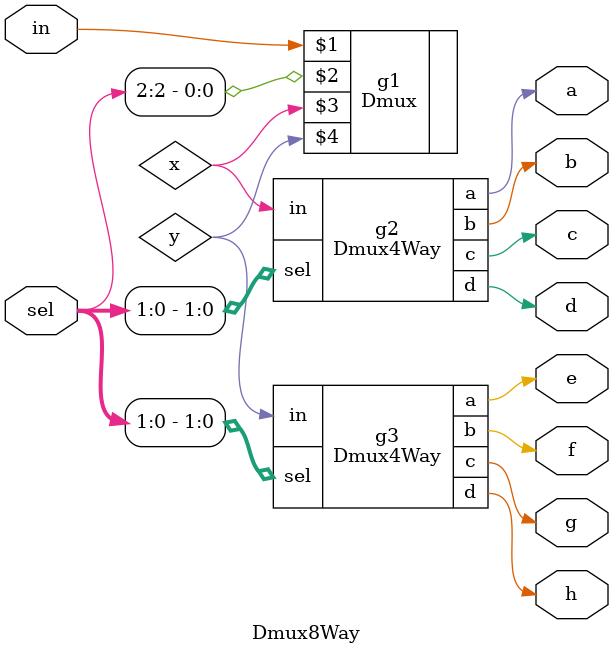
<source format=v>
`include "muxdmux.v"

module Dmux4Way(input in, input[1:0] sel, output a,b,c,d);
    wire x,y;
    Dmux g1(in,sel[1],x,y);
    Dmux g2(x,sel[0],a,b);
    Dmux g3(y,sel[0],c,d);
endmodule

module Dmux8Way(input in, input[2:0] sel, output a,b,c,d,e,f,g,h);
    wire x,y;
    Dmux g1(in,sel[2],x,y);
    Dmux4Way g2(x,sel[1:0],a,b,c,d);
    Dmux4Way g3(y,sel[1:0],e,f,g,h);
endmodule
</source>
